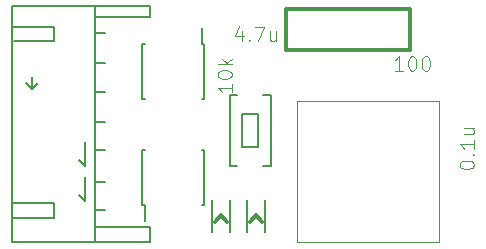
<source format=gbr>
G04 #@! TF.FileFunction,Legend,Top*
%FSLAX46Y46*%
G04 Gerber Fmt 4.6, Leading zero omitted, Abs format (unit mm)*
G04 Created by KiCad (PCBNEW 4.0.5) date 03/16/17 13:05:11*
%MOMM*%
%LPD*%
G01*
G04 APERTURE LIST*
%ADD10C,0.100000*%
%ADD11C,0.200000*%
%ADD12C,0.150000*%
%ADD13C,0.300000*%
%ADD14C,0.101600*%
G04 APERTURE END LIST*
D10*
D11*
X1000000Y-6500000D02*
X1500000Y-7000000D01*
X1500000Y-7000000D02*
X2000000Y-6500000D01*
X1500000Y-6000000D02*
X1500000Y-7000000D01*
X6000000Y-16500000D02*
X5500000Y-16000000D01*
X6000000Y-14500000D02*
X6000000Y-16500000D01*
X6000000Y-13500000D02*
X5500000Y-13000000D01*
X6000000Y-11500000D02*
X6000000Y-13500000D01*
D12*
X-127000Y-16637000D02*
X3429000Y-16637000D01*
X3429000Y-16637000D02*
X3429000Y-17907000D01*
X3429000Y-17907000D02*
X-127000Y-17907000D01*
X-127000Y-1778000D02*
X3429000Y-1778000D01*
X3429000Y-1778000D02*
X3429000Y-2921000D01*
X3429000Y-2921000D02*
X0Y-2921000D01*
X6858000Y-17272000D02*
X7747000Y-17272000D01*
X6858000Y-14859000D02*
X7747000Y-14859000D01*
X6858000Y-12192000D02*
X7747000Y-12192000D01*
X6858000Y-9779000D02*
X7747000Y-9779000D01*
X6858000Y-7239000D02*
X7747000Y-7239000D01*
X6858000Y-4826000D02*
X7747000Y-4826000D01*
X6858000Y-2286000D02*
X7747000Y-2286000D01*
X6731000Y-19939000D02*
X11557000Y-19939000D01*
X11557000Y-19939000D02*
X11557000Y-18669000D01*
X11557000Y-18669000D02*
X6858000Y-18669000D01*
X6858000Y0D02*
X11557000Y0D01*
X11557000Y0D02*
X11557000Y-889000D01*
X11557000Y-889000D02*
X6858000Y-889000D01*
X6858000Y0D02*
X6858000Y-19939000D01*
X6858000Y-19939000D02*
X-127000Y-19939000D01*
X-127000Y-19939000D02*
X-127000Y0D01*
X-127000Y0D02*
X6858000Y0D01*
D13*
X23000000Y-200000D02*
X33500000Y-200000D01*
X33500000Y-200000D02*
X33500000Y-3700000D01*
X33500000Y-3700000D02*
X23000000Y-3700000D01*
X23000000Y-3700000D02*
X23000000Y-200000D01*
D12*
X19300000Y-11900000D02*
X19300000Y-9100000D01*
X19300000Y-9100000D02*
X20700000Y-9100000D01*
X20700000Y-9100000D02*
X20700000Y-11900000D01*
X20700000Y-11900000D02*
X19300000Y-11900000D01*
X18250000Y-7500000D02*
X18900000Y-7500000D01*
X21750000Y-7500000D02*
X21100000Y-7500000D01*
X21100000Y-13500000D02*
X21750000Y-13500000D01*
X18250000Y-13500000D02*
X18900000Y-13500000D01*
X18250000Y-7500000D02*
X18250000Y-13500000D01*
X21750000Y-13500000D02*
X21750000Y-7500000D01*
X16125000Y-3175000D02*
X15900000Y-3175000D01*
X16125000Y-7825000D02*
X15900000Y-7825000D01*
X10875000Y-7825000D02*
X11100000Y-7825000D01*
X10875000Y-3175000D02*
X11100000Y-3175000D01*
X16125000Y-3175000D02*
X16125000Y-7825000D01*
X10875000Y-3175000D02*
X10875000Y-7825000D01*
X15900000Y-3175000D02*
X15900000Y-1825000D01*
X10875000Y-16825000D02*
X11100000Y-16825000D01*
X10875000Y-12175000D02*
X11100000Y-12175000D01*
X16125000Y-12175000D02*
X15900000Y-12175000D01*
X16125000Y-16825000D02*
X15900000Y-16825000D01*
X10875000Y-16825000D02*
X10875000Y-12175000D01*
X16125000Y-16825000D02*
X16125000Y-12175000D01*
X11100000Y-16825000D02*
X11100000Y-18175000D01*
D10*
X36000000Y-20000000D02*
X24000000Y-20000000D01*
X24000000Y-20000000D02*
X24000000Y-8000000D01*
X24000000Y-8000000D02*
X36000000Y-8000000D01*
X36000000Y-8000000D02*
X36000000Y-20000000D01*
D13*
X20500000Y-17700000D02*
X20000000Y-18300000D01*
X20500000Y-17700000D02*
X21000000Y-18300000D01*
D12*
X19750000Y-16400000D02*
X19750000Y-19100000D01*
X21250000Y-16400000D02*
X21250000Y-19100000D01*
D13*
X17500000Y-17700000D02*
X17000000Y-18300000D01*
X17500000Y-17700000D02*
X18000000Y-18300000D01*
D12*
X16750000Y-16400000D02*
X16750000Y-19100000D01*
X18250000Y-16400000D02*
X18250000Y-19100000D01*
D14*
X37736048Y-13482929D02*
X37736048Y-13368024D01*
X37793500Y-13253119D01*
X37850952Y-13195667D01*
X37965857Y-13138214D01*
X38195667Y-13080762D01*
X38482929Y-13080762D01*
X38712738Y-13138214D01*
X38827643Y-13195667D01*
X38885095Y-13253119D01*
X38942548Y-13368024D01*
X38942548Y-13482929D01*
X38885095Y-13597833D01*
X38827643Y-13655286D01*
X38712738Y-13712738D01*
X38482929Y-13770190D01*
X38195667Y-13770190D01*
X37965857Y-13712738D01*
X37850952Y-13655286D01*
X37793500Y-13597833D01*
X37736048Y-13482929D01*
X38827643Y-12563690D02*
X38885095Y-12506238D01*
X38942548Y-12563690D01*
X38885095Y-12621142D01*
X38827643Y-12563690D01*
X38942548Y-12563690D01*
X38942548Y-11357190D02*
X38942548Y-12046618D01*
X38942548Y-11701904D02*
X37736048Y-11701904D01*
X37908405Y-11816809D01*
X38023310Y-11931714D01*
X38080762Y-12046618D01*
X38138214Y-10323047D02*
X38942548Y-10323047D01*
X38138214Y-10840118D02*
X38770190Y-10840118D01*
X38885095Y-10782666D01*
X38942548Y-10667761D01*
X38942548Y-10495404D01*
X38885095Y-10380499D01*
X38827643Y-10323047D01*
X19304333Y-2138214D02*
X19304333Y-2942548D01*
X19017071Y-1678595D02*
X18729810Y-2540381D01*
X19476690Y-2540381D01*
X19936310Y-2827643D02*
X19993762Y-2885095D01*
X19936310Y-2942548D01*
X19878858Y-2885095D01*
X19936310Y-2827643D01*
X19936310Y-2942548D01*
X20395929Y-1736048D02*
X21200262Y-1736048D01*
X20683191Y-2942548D01*
X22176953Y-2138214D02*
X22176953Y-2942548D01*
X21659882Y-2138214D02*
X21659882Y-2770190D01*
X21717334Y-2885095D01*
X21832239Y-2942548D01*
X22004596Y-2942548D01*
X22119501Y-2885095D01*
X22176953Y-2827643D01*
X18442548Y-6580762D02*
X18442548Y-7270190D01*
X18442548Y-6925476D02*
X17236048Y-6925476D01*
X17408405Y-7040381D01*
X17523310Y-7155286D01*
X17580762Y-7270190D01*
X17236048Y-5833881D02*
X17236048Y-5718976D01*
X17293500Y-5604071D01*
X17350952Y-5546619D01*
X17465857Y-5489166D01*
X17695667Y-5431714D01*
X17982929Y-5431714D01*
X18212738Y-5489166D01*
X18327643Y-5546619D01*
X18385095Y-5604071D01*
X18442548Y-5718976D01*
X18442548Y-5833881D01*
X18385095Y-5948785D01*
X18327643Y-6006238D01*
X18212738Y-6063690D01*
X17982929Y-6121142D01*
X17695667Y-6121142D01*
X17465857Y-6063690D01*
X17350952Y-6006238D01*
X17293500Y-5948785D01*
X17236048Y-5833881D01*
X18442548Y-4914642D02*
X17236048Y-4914642D01*
X17982929Y-4799737D02*
X18442548Y-4455023D01*
X17638214Y-4455023D02*
X18097833Y-4914642D01*
X32919238Y-5442548D02*
X32229810Y-5442548D01*
X32574524Y-5442548D02*
X32574524Y-4236048D01*
X32459619Y-4408405D01*
X32344714Y-4523310D01*
X32229810Y-4580762D01*
X33666119Y-4236048D02*
X33781024Y-4236048D01*
X33895929Y-4293500D01*
X33953381Y-4350952D01*
X34010834Y-4465857D01*
X34068286Y-4695667D01*
X34068286Y-4982929D01*
X34010834Y-5212738D01*
X33953381Y-5327643D01*
X33895929Y-5385095D01*
X33781024Y-5442548D01*
X33666119Y-5442548D01*
X33551215Y-5385095D01*
X33493762Y-5327643D01*
X33436310Y-5212738D01*
X33378858Y-4982929D01*
X33378858Y-4695667D01*
X33436310Y-4465857D01*
X33493762Y-4350952D01*
X33551215Y-4293500D01*
X33666119Y-4236048D01*
X34815167Y-4236048D02*
X34930072Y-4236048D01*
X35044977Y-4293500D01*
X35102429Y-4350952D01*
X35159882Y-4465857D01*
X35217334Y-4695667D01*
X35217334Y-4982929D01*
X35159882Y-5212738D01*
X35102429Y-5327643D01*
X35044977Y-5385095D01*
X34930072Y-5442548D01*
X34815167Y-5442548D01*
X34700263Y-5385095D01*
X34642810Y-5327643D01*
X34585358Y-5212738D01*
X34527906Y-4982929D01*
X34527906Y-4695667D01*
X34585358Y-4465857D01*
X34642810Y-4350952D01*
X34700263Y-4293500D01*
X34815167Y-4236048D01*
M02*

</source>
